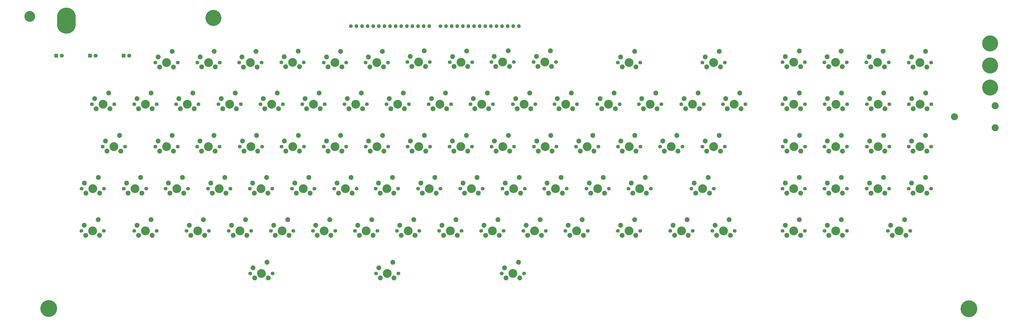
<source format=gbr>
%TF.GenerationSoftware,KiCad,Pcbnew,8.0.7*%
%TF.CreationDate,2025-01-29T20:52:19+00:00*%
%TF.ProjectId,Master-Keyboard_MX,4d617374-6572-42d4-9b65-79626f617264,rev?*%
%TF.SameCoordinates,Original*%
%TF.FileFunction,Soldermask,Top*%
%TF.FilePolarity,Negative*%
%FSLAX46Y46*%
G04 Gerber Fmt 4.6, Leading zero omitted, Abs format (unit mm)*
G04 Created by KiCad (PCBNEW 8.0.7) date 2025-01-29 20:52:19*
%MOMM*%
%LPD*%
G01*
G04 APERTURE LIST*
%ADD10C,3.850000*%
%ADD11C,3.650000*%
%ADD12C,2.450000*%
%ADD13C,0.000000*%
%ADD14C,1.700000*%
%ADD15C,4.000000*%
%ADD16C,2.200000*%
%ADD17R,1.800000X1.800000*%
%ADD18C,1.800000*%
%ADD19O,1.700000X1.700000*%
%ADD20C,3.200000*%
G04 APERTURE END LIST*
D10*
X55000000Y-324950000D02*
G75*
G02*
X51150000Y-324950000I-1925000J0D01*
G01*
X51150000Y-324950000D02*
G75*
G02*
X55000000Y-324950000I1925000J0D01*
G01*
D11*
X481775000Y-204800000D02*
G75*
G02*
X478125000Y-204800000I-1825000J0D01*
G01*
X478125000Y-204800000D02*
G75*
G02*
X481775000Y-204800000I1825000J0D01*
G01*
D12*
X45700000Y-192550000D02*
G75*
G02*
X43250000Y-192550000I-1225000J0D01*
G01*
X43250000Y-192550000D02*
G75*
G02*
X45700000Y-192550000I1225000J0D01*
G01*
D11*
X129575000Y-193250000D02*
G75*
G02*
X125925000Y-193250000I-1825000J0D01*
G01*
X125925000Y-193250000D02*
G75*
G02*
X129575000Y-193250000I1825000J0D01*
G01*
D13*
G36*
X56845787Y-192825000D02*
G01*
X56845787Y-192825000D01*
G75*
G02*
X65304213Y-192825000I4229213J0D01*
G01*
X65304213Y-196125000D01*
G75*
G02*
X56845787Y-196125000I-4229213J0D01*
G01*
X56845787Y-192825000D01*
G37*
D11*
X481775000Y-214800000D02*
G75*
G02*
X478125000Y-214800000I-1825000J0D01*
G01*
X478125000Y-214800000D02*
G75*
G02*
X481775000Y-214800000I1825000J0D01*
G01*
D10*
X472275000Y-325075000D02*
G75*
G02*
X468425000Y-325075000I-1925000J0D01*
G01*
X468425000Y-325075000D02*
G75*
G02*
X472275000Y-325075000I1925000J0D01*
G01*
D11*
X481775000Y-224800000D02*
G75*
G02*
X478125000Y-224800000I-1825000J0D01*
G01*
X478125000Y-224800000D02*
G75*
G02*
X481775000Y-224800000I1825000J0D01*
G01*
D14*
%TO.C,SW60*%
X139655000Y-251600000D03*
D15*
X144735000Y-251600000D03*
D14*
X149815000Y-251600000D03*
D16*
X147275000Y-246520000D03*
X147855000Y-253590000D03*
X140925000Y-249060000D03*
X141625000Y-253590000D03*
%TD*%
D14*
%TO.C,SW55*%
X101435000Y-251600000D03*
D15*
X106515000Y-251600000D03*
D14*
X111595000Y-251600000D03*
D16*
X109055000Y-246520000D03*
X109635000Y-253590000D03*
X102705000Y-249060000D03*
X103405000Y-253590000D03*
%TD*%
D14*
%TO.C,SW45*%
X334900000Y-289785000D03*
D15*
X339980000Y-289785000D03*
D14*
X345060000Y-289785000D03*
D16*
X342520000Y-284705000D03*
X343100000Y-291775000D03*
X336170000Y-287245000D03*
X336870000Y-291775000D03*
%TD*%
D14*
%TO.C,SW1*%
X72635000Y-232390000D03*
D15*
X77715000Y-232390000D03*
D14*
X82795000Y-232390000D03*
D16*
X80255000Y-227310000D03*
X80835000Y-234380000D03*
X73905000Y-229850000D03*
X74605000Y-234380000D03*
%TD*%
D14*
%TO.C,SW41*%
X277755000Y-270635000D03*
D15*
X282835000Y-270635000D03*
D14*
X287915000Y-270635000D03*
D16*
X285375000Y-265555000D03*
X285955000Y-272625000D03*
X279025000Y-268095000D03*
X279725000Y-272625000D03*
%TD*%
D14*
%TO.C,SW90*%
X144455000Y-309105000D03*
D15*
X149535000Y-309105000D03*
D14*
X154615000Y-309105000D03*
D16*
X152075000Y-304025000D03*
X152655000Y-311095000D03*
X145725000Y-306565000D03*
X146425000Y-311095000D03*
%TD*%
D14*
%TO.C,SW82*%
X339920000Y-232390000D03*
D15*
X345000000Y-232390000D03*
D14*
X350080000Y-232390000D03*
D16*
X347540000Y-227310000D03*
X348120000Y-234380000D03*
X341190000Y-229850000D03*
X341890000Y-234380000D03*
%TD*%
D14*
%TO.C,SW88*%
X385815000Y-232390000D03*
D15*
X390895000Y-232390000D03*
D14*
X395975000Y-232390000D03*
D16*
X393435000Y-227310000D03*
X394015000Y-234380000D03*
X387085000Y-229850000D03*
X387785000Y-234380000D03*
%TD*%
D14*
%TO.C,SW14*%
X77545000Y-251600000D03*
D15*
X82625000Y-251600000D03*
D14*
X87705000Y-251600000D03*
D16*
X85165000Y-246520000D03*
X85745000Y-253590000D03*
X78815000Y-249060000D03*
X79515000Y-253590000D03*
%TD*%
D14*
%TO.C,SW36*%
X196875000Y-251600000D03*
D15*
X201955000Y-251600000D03*
D14*
X207035000Y-251600000D03*
D16*
X204495000Y-246520000D03*
X205075000Y-253590000D03*
X198145000Y-249060000D03*
X198845000Y-253590000D03*
%TD*%
D14*
%TO.C,SW30*%
X106075000Y-270635000D03*
D15*
X111155000Y-270635000D03*
D14*
X116235000Y-270635000D03*
D16*
X113695000Y-265555000D03*
X114275000Y-272625000D03*
X107345000Y-268095000D03*
X108045000Y-272625000D03*
%TD*%
D14*
%TO.C,SW87*%
X424070000Y-232390000D03*
D15*
X429150000Y-232390000D03*
D14*
X434230000Y-232390000D03*
D16*
X431690000Y-227310000D03*
X432270000Y-234380000D03*
X425340000Y-229850000D03*
X426040000Y-234380000D03*
%TD*%
D17*
%TO.C,D15*%
X71820000Y-210345000D03*
D18*
X74360000Y-210345000D03*
%TD*%
D14*
%TO.C,SW16*%
X201455000Y-309105000D03*
D15*
X206535000Y-309105000D03*
D14*
X211615000Y-309105000D03*
D16*
X209075000Y-304025000D03*
X209655000Y-311095000D03*
X202725000Y-306565000D03*
X203425000Y-311095000D03*
%TD*%
D14*
%TO.C,SW37*%
X210985000Y-289785000D03*
D15*
X216065000Y-289785000D03*
D14*
X221145000Y-289785000D03*
D16*
X218605000Y-284705000D03*
X219185000Y-291775000D03*
X212255000Y-287245000D03*
X212955000Y-291775000D03*
%TD*%
D14*
%TO.C,SW21*%
X268295000Y-289785000D03*
D15*
X273375000Y-289785000D03*
D14*
X278455000Y-289785000D03*
D16*
X275915000Y-284705000D03*
X276495000Y-291775000D03*
X269565000Y-287245000D03*
X270265000Y-291775000D03*
%TD*%
D14*
%TO.C,SW38*%
X220525000Y-270635000D03*
D15*
X225605000Y-270635000D03*
D14*
X230685000Y-270635000D03*
D16*
X228145000Y-265555000D03*
X228725000Y-272625000D03*
X221795000Y-268095000D03*
X222495000Y-272625000D03*
%TD*%
D14*
%TO.C,SW67*%
X177800000Y-213440000D03*
D15*
X182880000Y-213440000D03*
D14*
X187960000Y-213440000D03*
D16*
X185420000Y-208360000D03*
X186000000Y-215430000D03*
X179070000Y-210900000D03*
X179770000Y-215430000D03*
%TD*%
D14*
%TO.C,PL1*%
X190040000Y-197000000D03*
D19*
X192580000Y-197000000D03*
X195120000Y-197000000D03*
X197660000Y-197000000D03*
X200200000Y-197000000D03*
X202740000Y-197000000D03*
X205280000Y-197000000D03*
X207820000Y-197000000D03*
X210360000Y-197000000D03*
X212900000Y-197000000D03*
X215440000Y-197000000D03*
X217980000Y-197000000D03*
X220520000Y-197000000D03*
X223060000Y-197000000D03*
X225600000Y-197000000D03*
%TD*%
D14*
%TO.C,SW20*%
X249185000Y-289785000D03*
D15*
X254265000Y-289785000D03*
D14*
X259345000Y-289785000D03*
D16*
X256805000Y-284705000D03*
X257385000Y-291775000D03*
X250455000Y-287245000D03*
X251155000Y-291775000D03*
%TD*%
D14*
%TO.C,SW39*%
X258805000Y-270635000D03*
D15*
X263885000Y-270635000D03*
D14*
X268965000Y-270635000D03*
D16*
X266425000Y-265555000D03*
X267005000Y-272625000D03*
X260075000Y-268095000D03*
X260775000Y-272625000D03*
%TD*%
D14*
%TO.C,SW10*%
X358810000Y-232390000D03*
D15*
X363890000Y-232390000D03*
D14*
X368970000Y-232390000D03*
D16*
X366430000Y-227310000D03*
X367010000Y-234380000D03*
X360080000Y-229850000D03*
X360780000Y-234380000D03*
%TD*%
D14*
%TO.C,SW8*%
X272920000Y-213230000D03*
D15*
X278000000Y-213230000D03*
D14*
X283080000Y-213230000D03*
D16*
X280540000Y-208150000D03*
X281120000Y-215220000D03*
X274190000Y-210690000D03*
X274890000Y-215220000D03*
%TD*%
D14*
%TO.C,SW23*%
X353970000Y-289785000D03*
D15*
X359050000Y-289785000D03*
D14*
X364130000Y-289785000D03*
D16*
X361590000Y-284705000D03*
X362170000Y-291775000D03*
X355240000Y-287245000D03*
X355940000Y-291775000D03*
%TD*%
D14*
%TO.C,SW64*%
X168020000Y-232390000D03*
D15*
X173100000Y-232390000D03*
D14*
X178180000Y-232390000D03*
D16*
X175640000Y-227310000D03*
X176220000Y-234380000D03*
X169290000Y-229850000D03*
X169990000Y-234380000D03*
%TD*%
D14*
%TO.C,SW32*%
X134715000Y-289785000D03*
D15*
X139795000Y-289785000D03*
D14*
X144875000Y-289785000D03*
D16*
X142335000Y-284705000D03*
X142915000Y-291775000D03*
X135985000Y-287245000D03*
X136685000Y-291775000D03*
%TD*%
D14*
%TO.C,SW27*%
X67885000Y-289785000D03*
D15*
X72965000Y-289785000D03*
D14*
X78045000Y-289785000D03*
D16*
X75505000Y-284705000D03*
X76085000Y-291775000D03*
X69155000Y-287245000D03*
X69855000Y-291775000D03*
%TD*%
D14*
%TO.C,PL2*%
X230720000Y-197000000D03*
D19*
X233260000Y-197000000D03*
X235800000Y-197000000D03*
X238340000Y-197000000D03*
X240880000Y-197000000D03*
X243420000Y-197000000D03*
X245960000Y-197000000D03*
X248500000Y-197000000D03*
X251040000Y-197000000D03*
X253580000Y-197000000D03*
X256120000Y-197000000D03*
X258660000Y-197000000D03*
X261200000Y-197000000D03*
X263740000Y-197000000D03*
X266280000Y-197000000D03*
%TD*%
D14*
%TO.C,SW75*%
X263525000Y-232390000D03*
D15*
X268605000Y-232390000D03*
D14*
X273685000Y-232390000D03*
D16*
X271145000Y-227310000D03*
X271725000Y-234380000D03*
X264795000Y-229850000D03*
X265495000Y-234380000D03*
%TD*%
D14*
%TO.C,SW26*%
X423995000Y-270635000D03*
D15*
X429075000Y-270635000D03*
D14*
X434155000Y-270635000D03*
D16*
X431615000Y-265555000D03*
X432195000Y-272625000D03*
X425265000Y-268095000D03*
X425965000Y-272625000D03*
%TD*%
D14*
%TO.C,SW69*%
X234875000Y-251600000D03*
D15*
X239955000Y-251600000D03*
D14*
X245035000Y-251600000D03*
D16*
X242495000Y-246520000D03*
X243075000Y-253590000D03*
X236145000Y-249060000D03*
X236845000Y-253590000D03*
%TD*%
D14*
%TO.C,SW58*%
X130000000Y-232390000D03*
D15*
X135080000Y-232390000D03*
D14*
X140160000Y-232390000D03*
D16*
X137620000Y-227310000D03*
X138200000Y-234380000D03*
X131270000Y-229850000D03*
X131970000Y-234380000D03*
%TD*%
D17*
%TO.C,D17*%
X56500000Y-210345000D03*
D18*
X59040000Y-210345000D03*
%TD*%
D14*
%TO.C,SW79*%
X301860000Y-232390000D03*
D15*
X306940000Y-232390000D03*
D14*
X312020000Y-232390000D03*
D16*
X309480000Y-227310000D03*
X310060000Y-234380000D03*
X303130000Y-229850000D03*
X303830000Y-234380000D03*
%TD*%
D14*
%TO.C,SW76*%
X282460000Y-232390000D03*
D15*
X287540000Y-232390000D03*
D14*
X292620000Y-232390000D03*
D16*
X290080000Y-227310000D03*
X290660000Y-234380000D03*
X283730000Y-229850000D03*
X284430000Y-234380000D03*
%TD*%
D14*
%TO.C,SW63*%
X177805000Y-251600000D03*
D15*
X182885000Y-251600000D03*
D14*
X187965000Y-251600000D03*
D16*
X185425000Y-246520000D03*
X186005000Y-253590000D03*
X179075000Y-249060000D03*
X179775000Y-253590000D03*
%TD*%
D14*
%TO.C,SW40*%
X239680000Y-270635000D03*
D15*
X244760000Y-270635000D03*
D14*
X249840000Y-270635000D03*
D16*
X247300000Y-265555000D03*
X247880000Y-272625000D03*
X240950000Y-268095000D03*
X241650000Y-272625000D03*
%TD*%
D14*
%TO.C,SW68*%
X215845000Y-251600000D03*
D15*
X220925000Y-251600000D03*
D14*
X226005000Y-251600000D03*
D16*
X223465000Y-246520000D03*
X224045000Y-253590000D03*
X217115000Y-249060000D03*
X217815000Y-253590000D03*
%TD*%
D14*
%TO.C,SW54*%
X101420000Y-213490000D03*
D15*
X106500000Y-213490000D03*
D14*
X111580000Y-213490000D03*
D16*
X109040000Y-208410000D03*
X109620000Y-215480000D03*
X102690000Y-210950000D03*
X103390000Y-215480000D03*
%TD*%
D14*
%TO.C,SW3*%
X139405000Y-213515000D03*
D15*
X144485000Y-213515000D03*
D14*
X149565000Y-213515000D03*
D16*
X147025000Y-208435000D03*
X147605000Y-215505000D03*
X140675000Y-210975000D03*
X141375000Y-215505000D03*
%TD*%
D14*
%TO.C,SW89*%
X433595000Y-289785000D03*
D15*
X438675000Y-289785000D03*
D14*
X443755000Y-289785000D03*
D16*
X441215000Y-284705000D03*
X441795000Y-291775000D03*
X434865000Y-287245000D03*
X435565000Y-291775000D03*
%TD*%
D14*
%TO.C,SW50*%
X443030000Y-251600000D03*
D15*
X448110000Y-251600000D03*
D14*
X453190000Y-251600000D03*
D16*
X450650000Y-246520000D03*
X451230000Y-253590000D03*
X444300000Y-249060000D03*
X445000000Y-253590000D03*
%TD*%
D14*
%TO.C,SW13*%
X404825000Y-270635000D03*
D15*
X409905000Y-270635000D03*
D14*
X414985000Y-270635000D03*
D16*
X412445000Y-265555000D03*
X413025000Y-272625000D03*
X406095000Y-268095000D03*
X406795000Y-272625000D03*
%TD*%
D14*
%TO.C,SW28*%
X67965000Y-270635000D03*
D15*
X73045000Y-270635000D03*
D14*
X78125000Y-270635000D03*
D16*
X75585000Y-265555000D03*
X76165000Y-272625000D03*
X69235000Y-268095000D03*
X69935000Y-272625000D03*
%TD*%
D14*
%TO.C,SW9*%
X320740000Y-232390000D03*
D15*
X325820000Y-232390000D03*
D14*
X330900000Y-232390000D03*
D16*
X328360000Y-227310000D03*
X328940000Y-234380000D03*
X322010000Y-229850000D03*
X322710000Y-234380000D03*
%TD*%
D14*
%TO.C,SW24*%
X385815000Y-289785000D03*
D15*
X390895000Y-289785000D03*
D14*
X395975000Y-289785000D03*
D16*
X393435000Y-284705000D03*
X394015000Y-291775000D03*
X387085000Y-287245000D03*
X387785000Y-291775000D03*
%TD*%
D14*
%TO.C,SW78*%
X330240000Y-251600000D03*
D15*
X335320000Y-251600000D03*
D14*
X340400000Y-251600000D03*
D16*
X337860000Y-246520000D03*
X338440000Y-253590000D03*
X331510000Y-249060000D03*
X332210000Y-253590000D03*
%TD*%
D14*
%TO.C,SW62*%
X158625000Y-251600000D03*
D15*
X163705000Y-251600000D03*
D14*
X168785000Y-251600000D03*
D16*
X166245000Y-246520000D03*
X166825000Y-253590000D03*
X159895000Y-249060000D03*
X160595000Y-253590000D03*
%TD*%
D17*
%TO.C,D16*%
X87010000Y-210345000D03*
D18*
X89550000Y-210345000D03*
%TD*%
D14*
%TO.C,SW49*%
X443045000Y-213515000D03*
D15*
X448125000Y-213515000D03*
D14*
X453205000Y-213515000D03*
D16*
X450665000Y-208435000D03*
X451245000Y-215505000D03*
X444315000Y-210975000D03*
X445015000Y-215505000D03*
%TD*%
D14*
%TO.C,SW43*%
X315935000Y-270635000D03*
D15*
X321015000Y-270635000D03*
D14*
X326095000Y-270635000D03*
D16*
X323555000Y-265555000D03*
X324135000Y-272625000D03*
X317205000Y-268095000D03*
X317905000Y-272625000D03*
%TD*%
D20*
%TO.C,BT1*%
X482260000Y-233020000D03*
X482260000Y-243020000D03*
X463760000Y-238020000D03*
%TD*%
D14*
%TO.C,SW29*%
X125260000Y-270635000D03*
D15*
X130340000Y-270635000D03*
D14*
X135420000Y-270635000D03*
D16*
X132880000Y-265555000D03*
X133460000Y-272625000D03*
X126530000Y-268095000D03*
X127230000Y-272625000D03*
%TD*%
D14*
%TO.C,SW2*%
X120440000Y-213440000D03*
D15*
X125520000Y-213440000D03*
D14*
X130600000Y-213440000D03*
D16*
X128060000Y-208360000D03*
X128640000Y-215430000D03*
X121710000Y-210900000D03*
X122410000Y-215430000D03*
%TD*%
D14*
%TO.C,SW71*%
X253930000Y-251600000D03*
D15*
X259010000Y-251600000D03*
D14*
X264090000Y-251600000D03*
D16*
X261550000Y-246520000D03*
X262130000Y-253590000D03*
X255200000Y-249060000D03*
X255900000Y-253590000D03*
%TD*%
D14*
%TO.C,SW7*%
X253840000Y-213230000D03*
D15*
X258920000Y-213230000D03*
D14*
X264000000Y-213230000D03*
D16*
X261460000Y-208150000D03*
X262040000Y-215220000D03*
X255110000Y-210690000D03*
X255810000Y-215220000D03*
%TD*%
D14*
%TO.C,SW80*%
X349470000Y-213450000D03*
D15*
X354550000Y-213450000D03*
D14*
X359630000Y-213450000D03*
D16*
X357090000Y-208370000D03*
X357670000Y-215440000D03*
X350740000Y-210910000D03*
X351440000Y-215440000D03*
%TD*%
D14*
%TO.C,SW46*%
X344495000Y-270635000D03*
D15*
X349575000Y-270635000D03*
D14*
X354655000Y-270635000D03*
D16*
X352115000Y-265555000D03*
X352695000Y-272625000D03*
X345765000Y-268095000D03*
X346465000Y-272625000D03*
%TD*%
D14*
%TO.C,SW4*%
X158550000Y-213390000D03*
D15*
X163630000Y-213390000D03*
D14*
X168710000Y-213390000D03*
D16*
X166170000Y-208310000D03*
X166750000Y-215380000D03*
X159820000Y-210850000D03*
X160520000Y-215380000D03*
%TD*%
D14*
%TO.C,SW92*%
X91815000Y-289785000D03*
D15*
X96895000Y-289785000D03*
D14*
X101975000Y-289785000D03*
D16*
X99435000Y-284705000D03*
X100015000Y-291775000D03*
X93085000Y-287245000D03*
X93785000Y-291775000D03*
%TD*%
D14*
%TO.C,SW12*%
X404825000Y-251600000D03*
D15*
X409905000Y-251600000D03*
D14*
X414985000Y-251600000D03*
D16*
X412445000Y-246520000D03*
X413025000Y-253590000D03*
X406095000Y-249060000D03*
X406795000Y-253590000D03*
%TD*%
D14*
%TO.C,SW25*%
X385825000Y-270635000D03*
D15*
X390905000Y-270635000D03*
D14*
X395985000Y-270635000D03*
D16*
X393445000Y-265555000D03*
X394025000Y-272625000D03*
X387095000Y-268095000D03*
X387795000Y-272625000D03*
%TD*%
D14*
%TO.C,SW51*%
X443070000Y-270635000D03*
D15*
X448150000Y-270635000D03*
D14*
X453230000Y-270635000D03*
D16*
X450690000Y-265555000D03*
X451270000Y-272625000D03*
X444340000Y-268095000D03*
X445040000Y-272625000D03*
%TD*%
D14*
%TO.C,SW61*%
X149090000Y-232390000D03*
D15*
X154170000Y-232390000D03*
D14*
X159250000Y-232390000D03*
D16*
X156710000Y-227310000D03*
X157290000Y-234380000D03*
X150360000Y-229850000D03*
X151060000Y-234380000D03*
%TD*%
D14*
%TO.C,SW22*%
X287375000Y-289785000D03*
D15*
X292455000Y-289785000D03*
D14*
X297535000Y-289785000D03*
D16*
X294995000Y-284705000D03*
X295575000Y-291775000D03*
X288645000Y-287245000D03*
X289345000Y-291775000D03*
%TD*%
D14*
%TO.C,SW33*%
X182495000Y-270635000D03*
D15*
X187575000Y-270635000D03*
D14*
X192655000Y-270635000D03*
D16*
X190115000Y-265555000D03*
X190695000Y-272625000D03*
X183765000Y-268095000D03*
X184465000Y-272625000D03*
%TD*%
D14*
%TO.C,SW34*%
X163405000Y-270635000D03*
D15*
X168485000Y-270635000D03*
D14*
X173565000Y-270635000D03*
D16*
X171025000Y-265555000D03*
X171605000Y-272625000D03*
X164675000Y-268095000D03*
X165375000Y-272625000D03*
%TD*%
D14*
%TO.C,SW70*%
X225340000Y-232390000D03*
D15*
X230420000Y-232390000D03*
D14*
X235500000Y-232390000D03*
D16*
X232960000Y-227310000D03*
X233540000Y-234380000D03*
X226610000Y-229850000D03*
X227310000Y-234380000D03*
%TD*%
D14*
%TO.C,SW31*%
X153805000Y-289785000D03*
D15*
X158885000Y-289785000D03*
D14*
X163965000Y-289785000D03*
D16*
X161425000Y-284705000D03*
X162005000Y-291775000D03*
X155075000Y-287245000D03*
X155775000Y-291775000D03*
%TD*%
D14*
%TO.C,SW15*%
X115550000Y-289785000D03*
D15*
X120630000Y-289785000D03*
D14*
X125710000Y-289785000D03*
D16*
X123170000Y-284705000D03*
X123750000Y-291775000D03*
X116820000Y-287245000D03*
X117520000Y-291775000D03*
%TD*%
D14*
%TO.C,SW48*%
X423865000Y-213395000D03*
D15*
X428945000Y-213395000D03*
D14*
X434025000Y-213395000D03*
D16*
X431485000Y-208315000D03*
X432065000Y-215385000D03*
X425135000Y-210855000D03*
X425835000Y-215385000D03*
%TD*%
D14*
%TO.C,SW18*%
X191950000Y-289785000D03*
D15*
X197030000Y-289785000D03*
D14*
X202110000Y-289785000D03*
D16*
X199570000Y-284705000D03*
X200150000Y-291775000D03*
X193220000Y-287245000D03*
X193920000Y-291775000D03*
%TD*%
D14*
%TO.C,SW42*%
X292145000Y-251600000D03*
D15*
X297225000Y-251600000D03*
D14*
X302305000Y-251600000D03*
D16*
X299765000Y-246520000D03*
X300345000Y-253590000D03*
X293415000Y-249060000D03*
X294115000Y-253590000D03*
%TD*%
D14*
%TO.C,SW5*%
X196720000Y-213470000D03*
D15*
X201800000Y-213470000D03*
D14*
X206880000Y-213470000D03*
D16*
X204340000Y-208390000D03*
X204920000Y-215460000D03*
X197990000Y-210930000D03*
X198690000Y-215460000D03*
%TD*%
D14*
%TO.C,SW11*%
X385875000Y-251600000D03*
D15*
X390955000Y-251600000D03*
D14*
X396035000Y-251600000D03*
D16*
X393495000Y-246520000D03*
X394075000Y-253590000D03*
X387145000Y-249060000D03*
X387845000Y-253590000D03*
%TD*%
D14*
%TO.C,SW86*%
X404750000Y-213370000D03*
D15*
X409830000Y-213370000D03*
D14*
X414910000Y-213370000D03*
D16*
X412370000Y-208290000D03*
X412950000Y-215360000D03*
X406020000Y-210830000D03*
X406720000Y-215360000D03*
%TD*%
D14*
%TO.C,SW72*%
X244355000Y-232390000D03*
D15*
X249435000Y-232390000D03*
D14*
X254515000Y-232390000D03*
D16*
X251975000Y-227310000D03*
X252555000Y-234380000D03*
X245625000Y-229850000D03*
X246325000Y-234380000D03*
%TD*%
D14*
%TO.C,SW66*%
X206205000Y-232390000D03*
D15*
X211285000Y-232390000D03*
D14*
X216365000Y-232390000D03*
D16*
X213825000Y-227310000D03*
X214405000Y-234380000D03*
X207475000Y-229850000D03*
X208175000Y-234380000D03*
%TD*%
D14*
%TO.C,SW47*%
X443150000Y-232390000D03*
D15*
X448230000Y-232390000D03*
D14*
X453310000Y-232390000D03*
D16*
X450770000Y-227310000D03*
X451350000Y-234380000D03*
X444420000Y-229850000D03*
X445120000Y-234380000D03*
%TD*%
D14*
%TO.C,SW17*%
X172840000Y-289785000D03*
D15*
X177920000Y-289785000D03*
D14*
X183000000Y-289785000D03*
D16*
X180460000Y-284705000D03*
X181040000Y-291775000D03*
X174110000Y-287245000D03*
X174810000Y-291775000D03*
%TD*%
D14*
%TO.C,SW44*%
X296925000Y-270635000D03*
D15*
X302005000Y-270635000D03*
D14*
X307085000Y-270635000D03*
D16*
X304545000Y-265555000D03*
X305125000Y-272625000D03*
X298195000Y-268095000D03*
X298895000Y-272625000D03*
%TD*%
D14*
%TO.C,SW95*%
X311180000Y-213460000D03*
D15*
X316260000Y-213460000D03*
D14*
X321340000Y-213460000D03*
D16*
X318800000Y-208380000D03*
X319380000Y-215450000D03*
X312450000Y-210920000D03*
X313150000Y-215450000D03*
%TD*%
D14*
%TO.C,SW81*%
X349475000Y-251600000D03*
D15*
X354555000Y-251600000D03*
D14*
X359635000Y-251600000D03*
D16*
X357095000Y-246520000D03*
X357675000Y-253590000D03*
X350745000Y-249060000D03*
X351445000Y-253590000D03*
%TD*%
D14*
%TO.C,SW53*%
X91815000Y-232390000D03*
D15*
X96895000Y-232390000D03*
D14*
X101975000Y-232390000D03*
D16*
X99435000Y-227310000D03*
X100015000Y-234380000D03*
X93085000Y-229850000D03*
X93785000Y-234380000D03*
%TD*%
D14*
%TO.C,SW52*%
X404825000Y-289785000D03*
D15*
X409905000Y-289785000D03*
D14*
X414985000Y-289785000D03*
D16*
X412445000Y-284705000D03*
X413025000Y-291775000D03*
X406095000Y-287245000D03*
X406795000Y-291775000D03*
%TD*%
D14*
%TO.C,SW73*%
X234900000Y-213270000D03*
D15*
X239980000Y-213270000D03*
D14*
X245060000Y-213270000D03*
D16*
X242520000Y-208190000D03*
X243100000Y-215260000D03*
X236170000Y-210730000D03*
X236870000Y-215260000D03*
%TD*%
D14*
%TO.C,SW59*%
X144295000Y-270635000D03*
D15*
X149375000Y-270635000D03*
D14*
X154455000Y-270635000D03*
D16*
X151915000Y-265555000D03*
X152495000Y-272625000D03*
X145565000Y-268095000D03*
X146265000Y-272625000D03*
%TD*%
D14*
%TO.C,SW85*%
X424045000Y-251600000D03*
D15*
X429125000Y-251600000D03*
D14*
X434205000Y-251600000D03*
D16*
X431665000Y-246520000D03*
X432245000Y-253590000D03*
X425315000Y-249060000D03*
X426015000Y-253590000D03*
%TD*%
D14*
%TO.C,SW94*%
X311110000Y-289785000D03*
D15*
X316190000Y-289785000D03*
D14*
X321270000Y-289785000D03*
D16*
X318730000Y-284705000D03*
X319310000Y-291775000D03*
X312380000Y-287245000D03*
X313080000Y-291775000D03*
%TD*%
D14*
%TO.C,SW93*%
X87095000Y-270635000D03*
D15*
X92175000Y-270635000D03*
D14*
X97255000Y-270635000D03*
D16*
X94715000Y-265555000D03*
X95295000Y-272625000D03*
X88365000Y-268095000D03*
X89065000Y-272625000D03*
%TD*%
D14*
%TO.C,SW77*%
X311190000Y-251600000D03*
D15*
X316270000Y-251600000D03*
D14*
X321350000Y-251600000D03*
D16*
X318810000Y-246520000D03*
X319390000Y-253590000D03*
X312460000Y-249060000D03*
X313160000Y-253590000D03*
%TD*%
D14*
%TO.C,SW35*%
X201365000Y-270635000D03*
D15*
X206445000Y-270635000D03*
D14*
X211525000Y-270635000D03*
D16*
X208985000Y-265555000D03*
X209565000Y-272625000D03*
X202635000Y-268095000D03*
X203335000Y-272625000D03*
%TD*%
D14*
%TO.C,SW83*%
X385835000Y-213345000D03*
D15*
X390915000Y-213345000D03*
D14*
X395995000Y-213345000D03*
D16*
X393455000Y-208265000D03*
X394035000Y-215335000D03*
X387105000Y-210805000D03*
X387805000Y-215335000D03*
%TD*%
D14*
%TO.C,SW6*%
X215760000Y-213230000D03*
D15*
X220840000Y-213230000D03*
D14*
X225920000Y-213230000D03*
D16*
X223380000Y-208150000D03*
X223960000Y-215220000D03*
X217030000Y-210690000D03*
X217730000Y-215220000D03*
%TD*%
D14*
%TO.C,SW56*%
X110805000Y-232390000D03*
D15*
X115885000Y-232390000D03*
D14*
X120965000Y-232390000D03*
D16*
X118425000Y-227310000D03*
X119005000Y-234380000D03*
X112075000Y-229850000D03*
X112775000Y-234380000D03*
%TD*%
D14*
%TO.C,SW19*%
X230140000Y-289785000D03*
D15*
X235220000Y-289785000D03*
D14*
X240300000Y-289785000D03*
D16*
X237760000Y-284705000D03*
X238340000Y-291775000D03*
X231410000Y-287245000D03*
X232110000Y-291775000D03*
%TD*%
D14*
%TO.C,SW91*%
X258455000Y-309105000D03*
D15*
X263535000Y-309105000D03*
D14*
X268615000Y-309105000D03*
D16*
X266075000Y-304025000D03*
X266655000Y-311095000D03*
X259725000Y-306565000D03*
X260425000Y-311095000D03*
%TD*%
D14*
%TO.C,SW84*%
X404920000Y-232390000D03*
D15*
X410000000Y-232390000D03*
D14*
X415080000Y-232390000D03*
D16*
X412540000Y-227310000D03*
X413120000Y-234380000D03*
X406190000Y-229850000D03*
X406890000Y-234380000D03*
%TD*%
D14*
%TO.C,SW65*%
X187230000Y-232390000D03*
D15*
X192310000Y-232390000D03*
D14*
X197390000Y-232390000D03*
D16*
X194850000Y-227310000D03*
X195430000Y-234380000D03*
X188500000Y-229850000D03*
X189200000Y-234380000D03*
%TD*%
D14*
%TO.C,SW57*%
X120350000Y-251600000D03*
D15*
X125430000Y-251600000D03*
D14*
X130510000Y-251600000D03*
D16*
X127970000Y-246520000D03*
X128550000Y-253590000D03*
X121620000Y-249060000D03*
X122320000Y-253590000D03*
%TD*%
D14*
%TO.C,SW74*%
X273135000Y-251600000D03*
D15*
X278215000Y-251600000D03*
D14*
X283295000Y-251600000D03*
D16*
X280755000Y-246520000D03*
X281335000Y-253590000D03*
X274405000Y-249060000D03*
X275105000Y-253590000D03*
%TD*%
M02*

</source>
